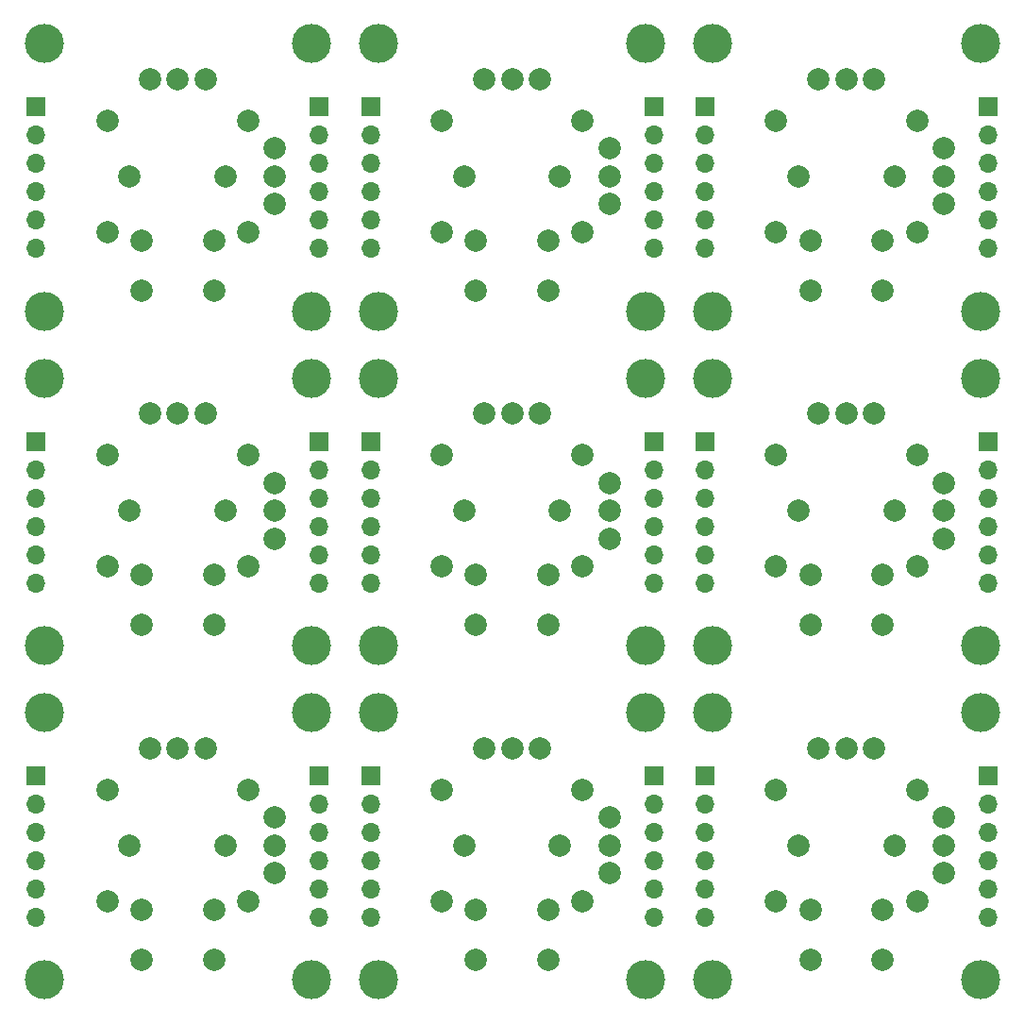
<source format=gts>
%TF.GenerationSoftware,KiCad,Pcbnew,8.0.7*%
%TF.CreationDate,2025-02-11T00:04:32+09:00*%
%TF.ProjectId,joystick_pcb_3x3,6a6f7973-7469-4636-9b5f-7063625f3378,rev?*%
%TF.SameCoordinates,Original*%
%TF.FileFunction,Soldermask,Top*%
%TF.FilePolarity,Negative*%
%FSLAX46Y46*%
G04 Gerber Fmt 4.6, Leading zero omitted, Abs format (unit mm)*
G04 Created by KiCad (PCBNEW 8.0.7) date 2025-02-11 00:04:32*
%MOMM*%
%LPD*%
G01*
G04 APERTURE LIST*
%ADD10R,1.700000X1.700000*%
%ADD11O,1.700000X1.700000*%
%ADD12C,3.500000*%
%ADD13C,2.000000*%
G04 APERTURE END LIST*
D10*
%TO.C,J1*%
X77300000Y-83680000D03*
D11*
X77300000Y-86220000D03*
X77300000Y-88760000D03*
X77300000Y-91300000D03*
X77300000Y-93840000D03*
X77300000Y-96380000D03*
%TD*%
D12*
%TO.C,REF\u002A\u002A*%
X78000000Y-102000000D03*
%TD*%
D13*
%TO.C,U1*%
X85700000Y-89905000D03*
X94300000Y-89905000D03*
X92500000Y-81175000D03*
X90000000Y-81175000D03*
X87500000Y-81175000D03*
X98730000Y-92405000D03*
X98730000Y-89905000D03*
X98730000Y-87405000D03*
X86750000Y-95655000D03*
X86750000Y-100155000D03*
X93250000Y-95655000D03*
X93250000Y-100155000D03*
X83675000Y-84905000D03*
X83675000Y-94905000D03*
X96325000Y-84905000D03*
X96325000Y-94905000D03*
%TD*%
D12*
%TO.C,REF\u002A\u002A*%
X102000000Y-78000000D03*
%TD*%
D10*
%TO.C,J2*%
X102700000Y-83680000D03*
D11*
X102700000Y-86220000D03*
X102700000Y-88760000D03*
X102700000Y-91300000D03*
X102700000Y-93840000D03*
X102700000Y-96380000D03*
%TD*%
D12*
%TO.C,REF\u002A\u002A*%
X78000000Y-78000000D03*
%TD*%
%TO.C,REF\u002A\u002A*%
X102000000Y-102000000D03*
%TD*%
D10*
%TO.C,J1*%
X47300000Y-83680000D03*
D11*
X47300000Y-86220000D03*
X47300000Y-88760000D03*
X47300000Y-91300000D03*
X47300000Y-93840000D03*
X47300000Y-96380000D03*
%TD*%
D12*
%TO.C,REF\u002A\u002A*%
X48000000Y-102000000D03*
%TD*%
D13*
%TO.C,U1*%
X55700000Y-89905000D03*
X64300000Y-89905000D03*
X62500000Y-81175000D03*
X60000000Y-81175000D03*
X57500000Y-81175000D03*
X68730000Y-92405000D03*
X68730000Y-89905000D03*
X68730000Y-87405000D03*
X56750000Y-95655000D03*
X56750000Y-100155000D03*
X63250000Y-95655000D03*
X63250000Y-100155000D03*
X53675000Y-84905000D03*
X53675000Y-94905000D03*
X66325000Y-84905000D03*
X66325000Y-94905000D03*
%TD*%
D12*
%TO.C,REF\u002A\u002A*%
X72000000Y-78000000D03*
%TD*%
D10*
%TO.C,J2*%
X72700000Y-83680000D03*
D11*
X72700000Y-86220000D03*
X72700000Y-88760000D03*
X72700000Y-91300000D03*
X72700000Y-93840000D03*
X72700000Y-96380000D03*
%TD*%
D12*
%TO.C,REF\u002A\u002A*%
X48000000Y-78000000D03*
%TD*%
%TO.C,REF\u002A\u002A*%
X72000000Y-102000000D03*
%TD*%
D10*
%TO.C,J1*%
X17300000Y-83680000D03*
D11*
X17300000Y-86220000D03*
X17300000Y-88760000D03*
X17300000Y-91300000D03*
X17300000Y-93840000D03*
X17300000Y-96380000D03*
%TD*%
D12*
%TO.C,REF\u002A\u002A*%
X18000000Y-102000000D03*
%TD*%
D13*
%TO.C,U1*%
X25700000Y-89905000D03*
X34300000Y-89905000D03*
X32500000Y-81175000D03*
X30000000Y-81175000D03*
X27500000Y-81175000D03*
X38730000Y-92405000D03*
X38730000Y-89905000D03*
X38730000Y-87405000D03*
X26750000Y-95655000D03*
X26750000Y-100155000D03*
X33250000Y-95655000D03*
X33250000Y-100155000D03*
X23675000Y-84905000D03*
X23675000Y-94905000D03*
X36325000Y-84905000D03*
X36325000Y-94905000D03*
%TD*%
D12*
%TO.C,REF\u002A\u002A*%
X42000000Y-78000000D03*
%TD*%
D10*
%TO.C,J2*%
X42700000Y-83680000D03*
D11*
X42700000Y-86220000D03*
X42700000Y-88760000D03*
X42700000Y-91300000D03*
X42700000Y-93840000D03*
X42700000Y-96380000D03*
%TD*%
D12*
%TO.C,REF\u002A\u002A*%
X18000000Y-78000000D03*
%TD*%
%TO.C,REF\u002A\u002A*%
X42000000Y-102000000D03*
%TD*%
D10*
%TO.C,J1*%
X77300000Y-53680000D03*
D11*
X77300000Y-56220000D03*
X77300000Y-58760000D03*
X77300000Y-61300000D03*
X77300000Y-63840000D03*
X77300000Y-66380000D03*
%TD*%
D12*
%TO.C,REF\u002A\u002A*%
X78000000Y-72000000D03*
%TD*%
D13*
%TO.C,U1*%
X85700000Y-59905000D03*
X94300000Y-59905000D03*
X92500000Y-51175000D03*
X90000000Y-51175000D03*
X87500000Y-51175000D03*
X98730000Y-62405000D03*
X98730000Y-59905000D03*
X98730000Y-57405000D03*
X86750000Y-65655000D03*
X86750000Y-70155000D03*
X93250000Y-65655000D03*
X93250000Y-70155000D03*
X83675000Y-54905000D03*
X83675000Y-64905000D03*
X96325000Y-54905000D03*
X96325000Y-64905000D03*
%TD*%
D12*
%TO.C,REF\u002A\u002A*%
X102000000Y-48000000D03*
%TD*%
D10*
%TO.C,J2*%
X102700000Y-53680000D03*
D11*
X102700000Y-56220000D03*
X102700000Y-58760000D03*
X102700000Y-61300000D03*
X102700000Y-63840000D03*
X102700000Y-66380000D03*
%TD*%
D12*
%TO.C,REF\u002A\u002A*%
X78000000Y-48000000D03*
%TD*%
%TO.C,REF\u002A\u002A*%
X102000000Y-72000000D03*
%TD*%
D10*
%TO.C,J1*%
X47300000Y-53680000D03*
D11*
X47300000Y-56220000D03*
X47300000Y-58760000D03*
X47300000Y-61300000D03*
X47300000Y-63840000D03*
X47300000Y-66380000D03*
%TD*%
D12*
%TO.C,REF\u002A\u002A*%
X48000000Y-72000000D03*
%TD*%
D13*
%TO.C,U1*%
X55700000Y-59905000D03*
X64300000Y-59905000D03*
X62500000Y-51175000D03*
X60000000Y-51175000D03*
X57500000Y-51175000D03*
X68730000Y-62405000D03*
X68730000Y-59905000D03*
X68730000Y-57405000D03*
X56750000Y-65655000D03*
X56750000Y-70155000D03*
X63250000Y-65655000D03*
X63250000Y-70155000D03*
X53675000Y-54905000D03*
X53675000Y-64905000D03*
X66325000Y-54905000D03*
X66325000Y-64905000D03*
%TD*%
D12*
%TO.C,REF\u002A\u002A*%
X72000000Y-48000000D03*
%TD*%
D10*
%TO.C,J2*%
X72700000Y-53680000D03*
D11*
X72700000Y-56220000D03*
X72700000Y-58760000D03*
X72700000Y-61300000D03*
X72700000Y-63840000D03*
X72700000Y-66380000D03*
%TD*%
D12*
%TO.C,REF\u002A\u002A*%
X48000000Y-48000000D03*
%TD*%
%TO.C,REF\u002A\u002A*%
X72000000Y-72000000D03*
%TD*%
D10*
%TO.C,J1*%
X17300000Y-53680000D03*
D11*
X17300000Y-56220000D03*
X17300000Y-58760000D03*
X17300000Y-61300000D03*
X17300000Y-63840000D03*
X17300000Y-66380000D03*
%TD*%
D12*
%TO.C,REF\u002A\u002A*%
X18000000Y-72000000D03*
%TD*%
D13*
%TO.C,U1*%
X25700000Y-59905000D03*
X34300000Y-59905000D03*
X32500000Y-51175000D03*
X30000000Y-51175000D03*
X27500000Y-51175000D03*
X38730000Y-62405000D03*
X38730000Y-59905000D03*
X38730000Y-57405000D03*
X26750000Y-65655000D03*
X26750000Y-70155000D03*
X33250000Y-65655000D03*
X33250000Y-70155000D03*
X23675000Y-54905000D03*
X23675000Y-64905000D03*
X36325000Y-54905000D03*
X36325000Y-64905000D03*
%TD*%
D12*
%TO.C,REF\u002A\u002A*%
X42000000Y-48000000D03*
%TD*%
D10*
%TO.C,J2*%
X42700000Y-53680000D03*
D11*
X42700000Y-56220000D03*
X42700000Y-58760000D03*
X42700000Y-61300000D03*
X42700000Y-63840000D03*
X42700000Y-66380000D03*
%TD*%
D12*
%TO.C,REF\u002A\u002A*%
X18000000Y-48000000D03*
%TD*%
%TO.C,REF\u002A\u002A*%
X42000000Y-72000000D03*
%TD*%
D10*
%TO.C,J1*%
X77300000Y-23680000D03*
D11*
X77300000Y-26220000D03*
X77300000Y-28760000D03*
X77300000Y-31300000D03*
X77300000Y-33840000D03*
X77300000Y-36380000D03*
%TD*%
D12*
%TO.C,REF\u002A\u002A*%
X78000000Y-42000000D03*
%TD*%
D13*
%TO.C,U1*%
X85700000Y-29905000D03*
X94300000Y-29905000D03*
X92500000Y-21175000D03*
X90000000Y-21175000D03*
X87500000Y-21175000D03*
X98730000Y-32405000D03*
X98730000Y-29905000D03*
X98730000Y-27405000D03*
X86750000Y-35655000D03*
X86750000Y-40155000D03*
X93250000Y-35655000D03*
X93250000Y-40155000D03*
X83675000Y-24905000D03*
X83675000Y-34905000D03*
X96325000Y-24905000D03*
X96325000Y-34905000D03*
%TD*%
D12*
%TO.C,REF\u002A\u002A*%
X102000000Y-18000000D03*
%TD*%
D10*
%TO.C,J2*%
X102700000Y-23680000D03*
D11*
X102700000Y-26220000D03*
X102700000Y-28760000D03*
X102700000Y-31300000D03*
X102700000Y-33840000D03*
X102700000Y-36380000D03*
%TD*%
D12*
%TO.C,REF\u002A\u002A*%
X78000000Y-18000000D03*
%TD*%
%TO.C,REF\u002A\u002A*%
X102000000Y-42000000D03*
%TD*%
D10*
%TO.C,J1*%
X47300000Y-23680000D03*
D11*
X47300000Y-26220000D03*
X47300000Y-28760000D03*
X47300000Y-31300000D03*
X47300000Y-33840000D03*
X47300000Y-36380000D03*
%TD*%
D12*
%TO.C,REF\u002A\u002A*%
X48000000Y-42000000D03*
%TD*%
D13*
%TO.C,U1*%
X55700000Y-29905000D03*
X64300000Y-29905000D03*
X62500000Y-21175000D03*
X60000000Y-21175000D03*
X57500000Y-21175000D03*
X68730000Y-32405000D03*
X68730000Y-29905000D03*
X68730000Y-27405000D03*
X56750000Y-35655000D03*
X56750000Y-40155000D03*
X63250000Y-35655000D03*
X63250000Y-40155000D03*
X53675000Y-24905000D03*
X53675000Y-34905000D03*
X66325000Y-24905000D03*
X66325000Y-34905000D03*
%TD*%
D12*
%TO.C,REF\u002A\u002A*%
X72000000Y-18000000D03*
%TD*%
D10*
%TO.C,J2*%
X72700000Y-23680000D03*
D11*
X72700000Y-26220000D03*
X72700000Y-28760000D03*
X72700000Y-31300000D03*
X72700000Y-33840000D03*
X72700000Y-36380000D03*
%TD*%
D12*
%TO.C,REF\u002A\u002A*%
X48000000Y-18000000D03*
%TD*%
%TO.C,REF\u002A\u002A*%
X72000000Y-42000000D03*
%TD*%
%TO.C,REF\u002A\u002A*%
X42000000Y-18000000D03*
%TD*%
D13*
%TO.C,U1*%
X25700000Y-29905000D03*
X34300000Y-29905000D03*
X32500000Y-21175000D03*
X30000000Y-21175000D03*
X27500000Y-21175000D03*
X38730000Y-32405000D03*
X38730000Y-29905000D03*
X38730000Y-27405000D03*
X26750000Y-35655000D03*
X26750000Y-40155000D03*
X33250000Y-35655000D03*
X33250000Y-40155000D03*
X23675000Y-24905000D03*
X23675000Y-34905000D03*
X36325000Y-24905000D03*
X36325000Y-34905000D03*
%TD*%
D12*
%TO.C,REF\u002A\u002A*%
X18000000Y-18000000D03*
%TD*%
%TO.C,REF\u002A\u002A*%
X18000000Y-42000000D03*
%TD*%
D10*
%TO.C,J2*%
X42700000Y-23680000D03*
D11*
X42700000Y-26220000D03*
X42700000Y-28760000D03*
X42700000Y-31300000D03*
X42700000Y-33840000D03*
X42700000Y-36380000D03*
%TD*%
D12*
%TO.C,REF\u002A\u002A*%
X42000000Y-42000000D03*
%TD*%
D10*
%TO.C,J1*%
X17300000Y-23680000D03*
D11*
X17300000Y-26220000D03*
X17300000Y-28760000D03*
X17300000Y-31300000D03*
X17300000Y-33840000D03*
X17300000Y-36380000D03*
%TD*%
M02*

</source>
